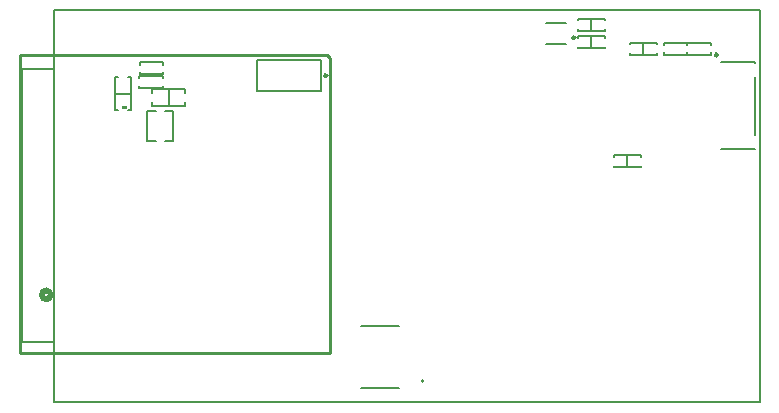
<source format=gbr>
%TF.GenerationSoftware,Altium Limited,Altium Designer,23.4.1 (23)*%
G04 Layer_Color=65535*
%FSLAX45Y45*%
%MOMM*%
%TF.SameCoordinates,38C36DA3-20F4-41F3-B595-29ED6E075D57*%
%TF.FilePolarity,Positive*%
%TF.FileFunction,Legend,Top*%
%TF.Part,Single*%
G01*
G75*
%TA.AperFunction,NonConductor*%
%ADD38C,0.25000*%
%ADD39C,0.20000*%
%ADD40C,0.50800*%
%ADD41C,0.25400*%
%ADD42C,0.15000*%
%ADD43C,0.12700*%
%ADD44C,0.15240*%
G36*
X3116684Y5037821D02*
Y5063221D01*
X3154784D01*
Y5037821D01*
X3116684D01*
D02*
G37*
D38*
X8157500Y5498750D02*
G03*
X8157500Y5498750I-12500J0D01*
G01*
X6952500Y5645000D02*
G03*
X6952500Y5645000I-12500J0D01*
G01*
X4850000Y5325000D02*
G03*
X4850000Y5325000I-12500J0D01*
G01*
D39*
X5667500Y2740000D02*
G03*
X5667500Y2740000I-10000J0D01*
G01*
X8182500Y5438750D02*
X8473750D01*
X8182500Y4701250D02*
X8473750D01*
Y4706000D01*
Y4824000D02*
Y5316000D01*
Y5434000D02*
Y5438750D01*
X2265500Y5383000D02*
X2534500D01*
X2265500Y3067000D02*
Y5383000D01*
Y3067000D02*
X2534500D01*
Y5383000D01*
X6700000Y5772500D02*
X6870000D01*
X6700000Y5587500D02*
X6870000D01*
X3473834Y5023801D02*
X3545734D01*
Y4769801D02*
Y5023801D01*
X3473834Y4769801D02*
X3545734D01*
X3325734D02*
X3397634D01*
X3325734D02*
Y5023801D01*
X3397634D01*
X4798000Y5191500D02*
Y5458500D01*
X4252000D02*
X4798000D01*
X4252000Y5191500D02*
Y5458500D01*
Y5191500D02*
X4798000D01*
D40*
X2509090Y3467500D02*
G03*
X2509090Y3467500I-38100J0D01*
G01*
D41*
X2250000Y5500000D02*
X4850000D01*
X2250000Y2975000D02*
Y5500000D01*
X4850000D02*
X4875000Y5475000D01*
Y2975000D02*
Y5475000D01*
X2250000Y2975000D02*
X4875000D01*
D42*
X7276749Y4548471D02*
Y4561171D01*
Y4548471D02*
X7505349D01*
Y4561171D01*
Y4637371D02*
Y4650071D01*
X7276749D02*
X7505349D01*
X7276749Y4637371D02*
Y4650071D01*
X7391049Y4548471D02*
Y4650071D01*
X7700000Y5500000D02*
Y5520000D01*
Y5500000D02*
X7900000D01*
Y5520000D01*
Y5580000D02*
Y5600000D01*
X7700000D02*
X7900000D01*
X7700000Y5580000D02*
Y5600000D01*
X7410700Y5499200D02*
Y5511900D01*
Y5499200D02*
X7639300D01*
Y5511900D01*
Y5588100D02*
Y5600800D01*
X7410700D02*
X7639300D01*
X7410700Y5588100D02*
Y5600800D01*
X7525000Y5499200D02*
Y5600800D01*
X6970700Y5554200D02*
Y5566900D01*
Y5554200D02*
X7199300D01*
Y5566900D01*
Y5643100D02*
Y5655800D01*
X6970700D02*
X7199300D01*
X6970700Y5643100D02*
Y5655800D01*
X7085000Y5554200D02*
Y5655800D01*
X6970700Y5704200D02*
Y5716900D01*
Y5704200D02*
X7199300D01*
Y5716900D01*
Y5793100D02*
Y5805800D01*
X6970700D02*
X7199300D01*
X6970700Y5793100D02*
Y5805800D01*
X7085000Y5704200D02*
Y5805800D01*
X3050000Y5310000D02*
X3080000D01*
X3050000Y5030000D02*
Y5310000D01*
Y5030000D02*
X3080000D01*
X3160000D02*
X3190000D01*
Y5310000D01*
X3160000D02*
X3190000D01*
X3050000Y5170000D02*
X3190000D01*
X3462500Y5417500D02*
Y5437500D01*
X3262500D02*
X3462500D01*
X3262500Y5417500D02*
Y5437500D01*
Y5337500D02*
Y5357500D01*
Y5337500D02*
X3462500D01*
Y5357500D01*
X7900000Y5500000D02*
Y5520000D01*
Y5500000D02*
X8100000D01*
Y5520000D01*
Y5580000D02*
Y5600000D01*
X7900000D02*
X8100000D01*
X7900000Y5580000D02*
Y5600000D01*
X3459714Y5299357D02*
Y5319357D01*
X3259714D02*
X3459714D01*
X3259714Y5299357D02*
Y5319357D01*
Y5219357D02*
Y5239357D01*
Y5219357D02*
X3459714D01*
Y5239357D01*
X3650734Y5179301D02*
Y5209301D01*
X3370734D02*
X3650734D01*
X3370734Y5179301D02*
Y5209301D01*
Y5069301D02*
Y5099301D01*
Y5069301D02*
X3650734D01*
Y5099301D01*
X3510734Y5069301D02*
Y5209301D01*
D43*
X5137500Y2680000D02*
X5457500D01*
X5137500Y3200000D02*
X5457500D01*
D44*
X2534490Y5875420D02*
X8511110D01*
X2534490Y2558180D02*
Y5875420D01*
Y2558180D02*
X8511110D01*
Y5875420D01*
%TF.MD5,4cf152b7e92a8a18a2518ba64fa4d8c3*%
M02*

</source>
